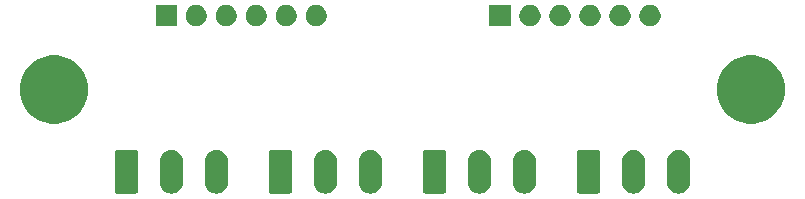
<source format=gbr>
G04 #@! TF.GenerationSoftware,KiCad,Pcbnew,(5.1.5)-3*
G04 #@! TF.CreationDate,2020-03-16T11:49:10-04:00*
G04 #@! TF.ProjectId,Step_Direction_Board,53746570-5f44-4697-9265-6374696f6e5f,rev?*
G04 #@! TF.SameCoordinates,PX7270e00PY78a3ca0*
G04 #@! TF.FileFunction,Soldermask,Top*
G04 #@! TF.FilePolarity,Negative*
%FSLAX46Y46*%
G04 Gerber Fmt 4.6, Leading zero omitted, Abs format (unit mm)*
G04 Created by KiCad (PCBNEW (5.1.5)-3) date 2020-03-16 11:49:10*
%MOMM*%
%LPD*%
G04 APERTURE LIST*
%ADD10C,0.100000*%
G04 APERTURE END LIST*
D10*
G36*
X43017479Y5873893D02*
G01*
X43017482Y5873892D01*
X43017483Y5873892D01*
X43196747Y5819513D01*
X43196750Y5819511D01*
X43196751Y5819511D01*
X43361958Y5731207D01*
X43506767Y5612365D01*
X43625609Y5467556D01*
X43713913Y5302350D01*
X43713915Y5302346D01*
X43713915Y5302345D01*
X43768295Y5123078D01*
X43782055Y4983371D01*
X43782055Y3089935D01*
X43768295Y2950228D01*
X43768294Y2950225D01*
X43768294Y2950224D01*
X43713915Y2770960D01*
X43713913Y2770957D01*
X43713913Y2770956D01*
X43625609Y2605750D01*
X43506767Y2460941D01*
X43361958Y2342099D01*
X43214480Y2263271D01*
X43196748Y2253793D01*
X43017484Y2199414D01*
X43017483Y2199414D01*
X43017480Y2199413D01*
X42831055Y2181052D01*
X42644631Y2199413D01*
X42644628Y2199414D01*
X42644627Y2199414D01*
X42465363Y2253793D01*
X42447631Y2263271D01*
X42300153Y2342099D01*
X42155344Y2460941D01*
X42036502Y2605750D01*
X41948198Y2770956D01*
X41948198Y2770957D01*
X41948196Y2770960D01*
X41893817Y2950224D01*
X41893817Y2950225D01*
X41893816Y2950228D01*
X41880055Y3089936D01*
X41880055Y4983370D01*
X41893815Y5123077D01*
X41893816Y5123081D01*
X41948195Y5302345D01*
X41948198Y5302350D01*
X42036501Y5467556D01*
X42155343Y5612365D01*
X42300152Y5731207D01*
X42465358Y5819511D01*
X42465359Y5819511D01*
X42465362Y5819513D01*
X42644626Y5873892D01*
X42644627Y5873892D01*
X42644630Y5873893D01*
X42831055Y5892254D01*
X43017479Y5873893D01*
G37*
G36*
X39207479Y5873893D02*
G01*
X39207482Y5873892D01*
X39207483Y5873892D01*
X39386747Y5819513D01*
X39386750Y5819511D01*
X39386751Y5819511D01*
X39551958Y5731207D01*
X39696767Y5612365D01*
X39815609Y5467556D01*
X39903913Y5302350D01*
X39903915Y5302346D01*
X39903915Y5302345D01*
X39958295Y5123078D01*
X39972055Y4983371D01*
X39972055Y3089935D01*
X39958295Y2950228D01*
X39958294Y2950225D01*
X39958294Y2950224D01*
X39903915Y2770960D01*
X39903913Y2770957D01*
X39903913Y2770956D01*
X39815609Y2605750D01*
X39696767Y2460941D01*
X39551958Y2342099D01*
X39404480Y2263271D01*
X39386748Y2253793D01*
X39207484Y2199414D01*
X39207483Y2199414D01*
X39207480Y2199413D01*
X39021055Y2181052D01*
X38834631Y2199413D01*
X38834628Y2199414D01*
X38834627Y2199414D01*
X38655363Y2253793D01*
X38637631Y2263271D01*
X38490153Y2342099D01*
X38345344Y2460941D01*
X38226502Y2605750D01*
X38138198Y2770956D01*
X38138198Y2770957D01*
X38138196Y2770960D01*
X38083817Y2950224D01*
X38083817Y2950225D01*
X38083816Y2950228D01*
X38070055Y3089936D01*
X38070055Y4983370D01*
X38083815Y5123077D01*
X38083816Y5123081D01*
X38138195Y5302345D01*
X38138198Y5302350D01*
X38226501Y5467556D01*
X38345343Y5612365D01*
X38490152Y5731207D01*
X38655358Y5819511D01*
X38655359Y5819511D01*
X38655362Y5819513D01*
X38834626Y5873892D01*
X38834627Y5873892D01*
X38834630Y5873893D01*
X39021055Y5892254D01*
X39207479Y5873893D01*
G37*
G36*
X56057479Y5873893D02*
G01*
X56057482Y5873892D01*
X56057483Y5873892D01*
X56236747Y5819513D01*
X56236750Y5819511D01*
X56236751Y5819511D01*
X56401958Y5731207D01*
X56546767Y5612365D01*
X56665609Y5467556D01*
X56753913Y5302350D01*
X56753915Y5302346D01*
X56753915Y5302345D01*
X56808295Y5123078D01*
X56822055Y4983371D01*
X56822055Y3089935D01*
X56808295Y2950228D01*
X56808294Y2950225D01*
X56808294Y2950224D01*
X56753915Y2770960D01*
X56753913Y2770957D01*
X56753913Y2770956D01*
X56665609Y2605750D01*
X56546767Y2460941D01*
X56401958Y2342099D01*
X56254480Y2263271D01*
X56236748Y2253793D01*
X56057484Y2199414D01*
X56057483Y2199414D01*
X56057480Y2199413D01*
X55871055Y2181052D01*
X55684631Y2199413D01*
X55684628Y2199414D01*
X55684627Y2199414D01*
X55505363Y2253793D01*
X55487631Y2263271D01*
X55340153Y2342099D01*
X55195344Y2460941D01*
X55076502Y2605750D01*
X54988198Y2770956D01*
X54988198Y2770957D01*
X54988196Y2770960D01*
X54933817Y2950224D01*
X54933817Y2950225D01*
X54933816Y2950228D01*
X54920055Y3089936D01*
X54920055Y4983370D01*
X54933815Y5123077D01*
X54933816Y5123081D01*
X54988195Y5302345D01*
X54988198Y5302350D01*
X55076501Y5467556D01*
X55195343Y5612365D01*
X55340152Y5731207D01*
X55505358Y5819511D01*
X55505359Y5819511D01*
X55505362Y5819513D01*
X55684626Y5873892D01*
X55684627Y5873892D01*
X55684630Y5873893D01*
X55871055Y5892254D01*
X56057479Y5873893D01*
G37*
G36*
X52247479Y5873893D02*
G01*
X52247482Y5873892D01*
X52247483Y5873892D01*
X52426747Y5819513D01*
X52426750Y5819511D01*
X52426751Y5819511D01*
X52591958Y5731207D01*
X52736767Y5612365D01*
X52855609Y5467556D01*
X52943913Y5302350D01*
X52943915Y5302346D01*
X52943915Y5302345D01*
X52998295Y5123078D01*
X53012055Y4983371D01*
X53012055Y3089935D01*
X52998295Y2950228D01*
X52998294Y2950225D01*
X52998294Y2950224D01*
X52943915Y2770960D01*
X52943913Y2770957D01*
X52943913Y2770956D01*
X52855609Y2605750D01*
X52736767Y2460941D01*
X52591958Y2342099D01*
X52444480Y2263271D01*
X52426748Y2253793D01*
X52247484Y2199414D01*
X52247483Y2199414D01*
X52247480Y2199413D01*
X52061055Y2181052D01*
X51874631Y2199413D01*
X51874628Y2199414D01*
X51874627Y2199414D01*
X51695363Y2253793D01*
X51677631Y2263271D01*
X51530153Y2342099D01*
X51385344Y2460941D01*
X51266502Y2605750D01*
X51178198Y2770956D01*
X51178198Y2770957D01*
X51178196Y2770960D01*
X51123817Y2950224D01*
X51123817Y2950225D01*
X51123816Y2950228D01*
X51110055Y3089936D01*
X51110055Y4983370D01*
X51123815Y5123077D01*
X51123816Y5123081D01*
X51178195Y5302345D01*
X51178198Y5302350D01*
X51266501Y5467556D01*
X51385343Y5612365D01*
X51530152Y5731207D01*
X51695358Y5819511D01*
X51695359Y5819511D01*
X51695362Y5819513D01*
X51874626Y5873892D01*
X51874627Y5873892D01*
X51874630Y5873893D01*
X52061055Y5892254D01*
X52247479Y5873893D01*
G37*
G36*
X29977479Y5873893D02*
G01*
X29977482Y5873892D01*
X29977483Y5873892D01*
X30156747Y5819513D01*
X30156750Y5819511D01*
X30156751Y5819511D01*
X30321958Y5731207D01*
X30466767Y5612365D01*
X30585609Y5467556D01*
X30673913Y5302350D01*
X30673915Y5302346D01*
X30673915Y5302345D01*
X30728295Y5123078D01*
X30742055Y4983371D01*
X30742055Y3089935D01*
X30728295Y2950228D01*
X30728294Y2950225D01*
X30728294Y2950224D01*
X30673915Y2770960D01*
X30673913Y2770957D01*
X30673913Y2770956D01*
X30585609Y2605750D01*
X30466767Y2460941D01*
X30321958Y2342099D01*
X30174480Y2263271D01*
X30156748Y2253793D01*
X29977484Y2199414D01*
X29977483Y2199414D01*
X29977480Y2199413D01*
X29791055Y2181052D01*
X29604631Y2199413D01*
X29604628Y2199414D01*
X29604627Y2199414D01*
X29425363Y2253793D01*
X29407631Y2263271D01*
X29260153Y2342099D01*
X29115344Y2460941D01*
X28996502Y2605750D01*
X28908198Y2770956D01*
X28908198Y2770957D01*
X28908196Y2770960D01*
X28853817Y2950224D01*
X28853817Y2950225D01*
X28853816Y2950228D01*
X28840055Y3089936D01*
X28840055Y4983370D01*
X28853815Y5123077D01*
X28853816Y5123081D01*
X28908195Y5302345D01*
X28908198Y5302350D01*
X28996501Y5467556D01*
X29115343Y5612365D01*
X29260152Y5731207D01*
X29425358Y5819511D01*
X29425359Y5819511D01*
X29425362Y5819513D01*
X29604626Y5873892D01*
X29604627Y5873892D01*
X29604630Y5873893D01*
X29791055Y5892254D01*
X29977479Y5873893D01*
G37*
G36*
X26167479Y5873893D02*
G01*
X26167482Y5873892D01*
X26167483Y5873892D01*
X26346747Y5819513D01*
X26346750Y5819511D01*
X26346751Y5819511D01*
X26511958Y5731207D01*
X26656767Y5612365D01*
X26775609Y5467556D01*
X26863913Y5302350D01*
X26863915Y5302346D01*
X26863915Y5302345D01*
X26918295Y5123078D01*
X26932055Y4983371D01*
X26932055Y3089935D01*
X26918295Y2950228D01*
X26918294Y2950225D01*
X26918294Y2950224D01*
X26863915Y2770960D01*
X26863913Y2770957D01*
X26863913Y2770956D01*
X26775609Y2605750D01*
X26656767Y2460941D01*
X26511958Y2342099D01*
X26364480Y2263271D01*
X26346748Y2253793D01*
X26167484Y2199414D01*
X26167483Y2199414D01*
X26167480Y2199413D01*
X25981055Y2181052D01*
X25794631Y2199413D01*
X25794628Y2199414D01*
X25794627Y2199414D01*
X25615363Y2253793D01*
X25597631Y2263271D01*
X25450153Y2342099D01*
X25305344Y2460941D01*
X25186502Y2605750D01*
X25098198Y2770956D01*
X25098198Y2770957D01*
X25098196Y2770960D01*
X25043817Y2950224D01*
X25043817Y2950225D01*
X25043816Y2950228D01*
X25030055Y3089936D01*
X25030055Y4983370D01*
X25043815Y5123077D01*
X25043816Y5123081D01*
X25098195Y5302345D01*
X25098198Y5302350D01*
X25186501Y5467556D01*
X25305343Y5612365D01*
X25450152Y5731207D01*
X25615358Y5819511D01*
X25615359Y5819511D01*
X25615362Y5819513D01*
X25794626Y5873892D01*
X25794627Y5873892D01*
X25794630Y5873893D01*
X25981055Y5892254D01*
X26167479Y5873893D01*
G37*
G36*
X13127479Y5873893D02*
G01*
X13127482Y5873892D01*
X13127483Y5873892D01*
X13306747Y5819513D01*
X13306750Y5819511D01*
X13306751Y5819511D01*
X13471958Y5731207D01*
X13616767Y5612365D01*
X13735609Y5467556D01*
X13823913Y5302350D01*
X13823915Y5302346D01*
X13823915Y5302345D01*
X13878295Y5123078D01*
X13892055Y4983371D01*
X13892055Y3089935D01*
X13878295Y2950228D01*
X13878294Y2950225D01*
X13878294Y2950224D01*
X13823915Y2770960D01*
X13823913Y2770957D01*
X13823913Y2770956D01*
X13735609Y2605750D01*
X13616767Y2460941D01*
X13471958Y2342099D01*
X13324480Y2263271D01*
X13306748Y2253793D01*
X13127484Y2199414D01*
X13127483Y2199414D01*
X13127480Y2199413D01*
X12941055Y2181052D01*
X12754631Y2199413D01*
X12754628Y2199414D01*
X12754627Y2199414D01*
X12575363Y2253793D01*
X12557631Y2263271D01*
X12410153Y2342099D01*
X12265344Y2460941D01*
X12146502Y2605750D01*
X12058198Y2770956D01*
X12058198Y2770957D01*
X12058196Y2770960D01*
X12003817Y2950224D01*
X12003817Y2950225D01*
X12003816Y2950228D01*
X11990055Y3089936D01*
X11990055Y4983370D01*
X12003815Y5123077D01*
X12003816Y5123081D01*
X12058195Y5302345D01*
X12058198Y5302350D01*
X12146501Y5467556D01*
X12265343Y5612365D01*
X12410152Y5731207D01*
X12575358Y5819511D01*
X12575359Y5819511D01*
X12575362Y5819513D01*
X12754626Y5873892D01*
X12754627Y5873892D01*
X12754630Y5873893D01*
X12941055Y5892254D01*
X13127479Y5873893D01*
G37*
G36*
X16937479Y5873893D02*
G01*
X16937482Y5873892D01*
X16937483Y5873892D01*
X17116747Y5819513D01*
X17116750Y5819511D01*
X17116751Y5819511D01*
X17281958Y5731207D01*
X17426767Y5612365D01*
X17545609Y5467556D01*
X17633913Y5302350D01*
X17633915Y5302346D01*
X17633915Y5302345D01*
X17688295Y5123078D01*
X17702055Y4983371D01*
X17702055Y3089935D01*
X17688295Y2950228D01*
X17688294Y2950225D01*
X17688294Y2950224D01*
X17633915Y2770960D01*
X17633913Y2770957D01*
X17633913Y2770956D01*
X17545609Y2605750D01*
X17426767Y2460941D01*
X17281958Y2342099D01*
X17134480Y2263271D01*
X17116748Y2253793D01*
X16937484Y2199414D01*
X16937483Y2199414D01*
X16937480Y2199413D01*
X16751055Y2181052D01*
X16564631Y2199413D01*
X16564628Y2199414D01*
X16564627Y2199414D01*
X16385363Y2253793D01*
X16367631Y2263271D01*
X16220153Y2342099D01*
X16075344Y2460941D01*
X15956502Y2605750D01*
X15868198Y2770956D01*
X15868198Y2770957D01*
X15868196Y2770960D01*
X15813817Y2950224D01*
X15813817Y2950225D01*
X15813816Y2950228D01*
X15800055Y3089936D01*
X15800055Y4983370D01*
X15813815Y5123077D01*
X15813816Y5123081D01*
X15868195Y5302345D01*
X15868198Y5302350D01*
X15956501Y5467556D01*
X16075343Y5612365D01*
X16220152Y5731207D01*
X16385358Y5819511D01*
X16385359Y5819511D01*
X16385362Y5819513D01*
X16564626Y5873892D01*
X16564627Y5873892D01*
X16564630Y5873893D01*
X16751055Y5892254D01*
X16937479Y5873893D01*
G37*
G36*
X22981970Y5883719D02*
G01*
X23014479Y5873858D01*
X23044437Y5857844D01*
X23070696Y5836294D01*
X23092246Y5810035D01*
X23108260Y5780077D01*
X23118121Y5747568D01*
X23122055Y5707624D01*
X23122055Y2365682D01*
X23118121Y2325738D01*
X23108260Y2293229D01*
X23092246Y2263271D01*
X23070696Y2237012D01*
X23044437Y2215462D01*
X23014479Y2199448D01*
X22981970Y2189587D01*
X22942026Y2185653D01*
X21400084Y2185653D01*
X21360140Y2189587D01*
X21327631Y2199448D01*
X21297673Y2215462D01*
X21271414Y2237012D01*
X21249864Y2263271D01*
X21233850Y2293229D01*
X21223989Y2325738D01*
X21220055Y2365682D01*
X21220055Y5707624D01*
X21223989Y5747568D01*
X21233850Y5780077D01*
X21249864Y5810035D01*
X21271414Y5836294D01*
X21297673Y5857844D01*
X21327631Y5873858D01*
X21360140Y5883719D01*
X21400084Y5887653D01*
X22942026Y5887653D01*
X22981970Y5883719D01*
G37*
G36*
X9941970Y5883719D02*
G01*
X9974479Y5873858D01*
X10004437Y5857844D01*
X10030696Y5836294D01*
X10052246Y5810035D01*
X10068260Y5780077D01*
X10078121Y5747568D01*
X10082055Y5707624D01*
X10082055Y2365682D01*
X10078121Y2325738D01*
X10068260Y2293229D01*
X10052246Y2263271D01*
X10030696Y2237012D01*
X10004437Y2215462D01*
X9974479Y2199448D01*
X9941970Y2189587D01*
X9902026Y2185653D01*
X8360084Y2185653D01*
X8320140Y2189587D01*
X8287631Y2199448D01*
X8257673Y2215462D01*
X8231414Y2237012D01*
X8209864Y2263271D01*
X8193850Y2293229D01*
X8183989Y2325738D01*
X8180055Y2365682D01*
X8180055Y5707624D01*
X8183989Y5747568D01*
X8193850Y5780077D01*
X8209864Y5810035D01*
X8231414Y5836294D01*
X8257673Y5857844D01*
X8287631Y5873858D01*
X8320140Y5883719D01*
X8360084Y5887653D01*
X9902026Y5887653D01*
X9941970Y5883719D01*
G37*
G36*
X36021970Y5883719D02*
G01*
X36054479Y5873858D01*
X36084437Y5857844D01*
X36110696Y5836294D01*
X36132246Y5810035D01*
X36148260Y5780077D01*
X36158121Y5747568D01*
X36162055Y5707624D01*
X36162055Y2365682D01*
X36158121Y2325738D01*
X36148260Y2293229D01*
X36132246Y2263271D01*
X36110696Y2237012D01*
X36084437Y2215462D01*
X36054479Y2199448D01*
X36021970Y2189587D01*
X35982026Y2185653D01*
X34440084Y2185653D01*
X34400140Y2189587D01*
X34367631Y2199448D01*
X34337673Y2215462D01*
X34311414Y2237012D01*
X34289864Y2263271D01*
X34273850Y2293229D01*
X34263989Y2325738D01*
X34260055Y2365682D01*
X34260055Y5707624D01*
X34263989Y5747568D01*
X34273850Y5780077D01*
X34289864Y5810035D01*
X34311414Y5836294D01*
X34337673Y5857844D01*
X34367631Y5873858D01*
X34400140Y5883719D01*
X34440084Y5887653D01*
X35982026Y5887653D01*
X36021970Y5883719D01*
G37*
G36*
X49061970Y5883719D02*
G01*
X49094479Y5873858D01*
X49124437Y5857844D01*
X49150696Y5836294D01*
X49172246Y5810035D01*
X49188260Y5780077D01*
X49198121Y5747568D01*
X49202055Y5707624D01*
X49202055Y2365682D01*
X49198121Y2325738D01*
X49188260Y2293229D01*
X49172246Y2263271D01*
X49150696Y2237012D01*
X49124437Y2215462D01*
X49094479Y2199448D01*
X49061970Y2189587D01*
X49022026Y2185653D01*
X47480084Y2185653D01*
X47440140Y2189587D01*
X47407631Y2199448D01*
X47377673Y2215462D01*
X47351414Y2237012D01*
X47329864Y2263271D01*
X47313850Y2293229D01*
X47303989Y2325738D01*
X47300055Y2365682D01*
X47300055Y5707624D01*
X47303989Y5747568D01*
X47313850Y5780077D01*
X47329864Y5810035D01*
X47351414Y5836294D01*
X47377673Y5857844D01*
X47407631Y5873858D01*
X47440140Y5883719D01*
X47480084Y5887653D01*
X49022026Y5887653D01*
X49061970Y5883719D01*
G37*
G36*
X3846189Y13789517D02*
G01*
X3846192Y13789516D01*
X3846191Y13789516D01*
X4374139Y13570833D01*
X4849280Y13253354D01*
X5253354Y12849280D01*
X5570833Y12374139D01*
X5570834Y12374137D01*
X5789517Y11846189D01*
X5901000Y11285725D01*
X5901000Y10714275D01*
X5789517Y10153811D01*
X5789516Y10153809D01*
X5570833Y9625861D01*
X5253354Y9150720D01*
X4849280Y8746646D01*
X4374139Y8429167D01*
X4374138Y8429166D01*
X4374137Y8429166D01*
X3846189Y8210483D01*
X3285725Y8099000D01*
X2714275Y8099000D01*
X2153811Y8210483D01*
X1625863Y8429166D01*
X1625862Y8429166D01*
X1625861Y8429167D01*
X1150720Y8746646D01*
X746646Y9150720D01*
X429167Y9625861D01*
X210484Y10153809D01*
X210483Y10153811D01*
X99000Y10714275D01*
X99000Y11285725D01*
X210483Y11846189D01*
X429166Y12374137D01*
X429167Y12374139D01*
X746646Y12849280D01*
X1150720Y13253354D01*
X1625861Y13570833D01*
X2153809Y13789516D01*
X2153808Y13789516D01*
X2153811Y13789517D01*
X2714275Y13901000D01*
X3285725Y13901000D01*
X3846189Y13789517D01*
G37*
G36*
X62846189Y13789517D02*
G01*
X62846192Y13789516D01*
X62846191Y13789516D01*
X63374139Y13570833D01*
X63849280Y13253354D01*
X64253354Y12849280D01*
X64570833Y12374139D01*
X64570834Y12374137D01*
X64789517Y11846189D01*
X64901000Y11285725D01*
X64901000Y10714275D01*
X64789517Y10153811D01*
X64789516Y10153809D01*
X64570833Y9625861D01*
X64253354Y9150720D01*
X63849280Y8746646D01*
X63374139Y8429167D01*
X63374138Y8429166D01*
X63374137Y8429166D01*
X62846189Y8210483D01*
X62285725Y8099000D01*
X61714275Y8099000D01*
X61153811Y8210483D01*
X60625863Y8429166D01*
X60625862Y8429166D01*
X60625861Y8429167D01*
X60150720Y8746646D01*
X59746646Y9150720D01*
X59429167Y9625861D01*
X59210484Y10153809D01*
X59210483Y10153811D01*
X59099000Y10714275D01*
X59099000Y11285725D01*
X59210483Y11846189D01*
X59429166Y12374137D01*
X59429167Y12374139D01*
X59746646Y12849280D01*
X60150720Y13253354D01*
X60625861Y13570833D01*
X61153809Y13789516D01*
X61153808Y13789516D01*
X61153811Y13789517D01*
X61714275Y13901000D01*
X62285725Y13901000D01*
X62846189Y13789517D01*
G37*
G36*
X15153512Y18146073D02*
G01*
X15302812Y18116376D01*
X15466784Y18048456D01*
X15614354Y17949853D01*
X15739853Y17824354D01*
X15838456Y17676784D01*
X15906376Y17512812D01*
X15941000Y17338741D01*
X15941000Y17161259D01*
X15906376Y16987188D01*
X15838456Y16823216D01*
X15739853Y16675646D01*
X15614354Y16550147D01*
X15466784Y16451544D01*
X15302812Y16383624D01*
X15153512Y16353927D01*
X15128742Y16349000D01*
X14951258Y16349000D01*
X14926488Y16353927D01*
X14777188Y16383624D01*
X14613216Y16451544D01*
X14465646Y16550147D01*
X14340147Y16675646D01*
X14241544Y16823216D01*
X14173624Y16987188D01*
X14139000Y17161259D01*
X14139000Y17338741D01*
X14173624Y17512812D01*
X14241544Y17676784D01*
X14340147Y17824354D01*
X14465646Y17949853D01*
X14613216Y18048456D01*
X14777188Y18116376D01*
X14926488Y18146073D01*
X14951258Y18151000D01*
X15128742Y18151000D01*
X15153512Y18146073D01*
G37*
G36*
X53563512Y18146073D02*
G01*
X53712812Y18116376D01*
X53876784Y18048456D01*
X54024354Y17949853D01*
X54149853Y17824354D01*
X54248456Y17676784D01*
X54316376Y17512812D01*
X54351000Y17338741D01*
X54351000Y17161259D01*
X54316376Y16987188D01*
X54248456Y16823216D01*
X54149853Y16675646D01*
X54024354Y16550147D01*
X53876784Y16451544D01*
X53712812Y16383624D01*
X53563512Y16353927D01*
X53538742Y16349000D01*
X53361258Y16349000D01*
X53336488Y16353927D01*
X53187188Y16383624D01*
X53023216Y16451544D01*
X52875646Y16550147D01*
X52750147Y16675646D01*
X52651544Y16823216D01*
X52583624Y16987188D01*
X52549000Y17161259D01*
X52549000Y17338741D01*
X52583624Y17512812D01*
X52651544Y17676784D01*
X52750147Y17824354D01*
X52875646Y17949853D01*
X53023216Y18048456D01*
X53187188Y18116376D01*
X53336488Y18146073D01*
X53361258Y18151000D01*
X53538742Y18151000D01*
X53563512Y18146073D01*
G37*
G36*
X51023512Y18146073D02*
G01*
X51172812Y18116376D01*
X51336784Y18048456D01*
X51484354Y17949853D01*
X51609853Y17824354D01*
X51708456Y17676784D01*
X51776376Y17512812D01*
X51811000Y17338741D01*
X51811000Y17161259D01*
X51776376Y16987188D01*
X51708456Y16823216D01*
X51609853Y16675646D01*
X51484354Y16550147D01*
X51336784Y16451544D01*
X51172812Y16383624D01*
X51023512Y16353927D01*
X50998742Y16349000D01*
X50821258Y16349000D01*
X50796488Y16353927D01*
X50647188Y16383624D01*
X50483216Y16451544D01*
X50335646Y16550147D01*
X50210147Y16675646D01*
X50111544Y16823216D01*
X50043624Y16987188D01*
X50009000Y17161259D01*
X50009000Y17338741D01*
X50043624Y17512812D01*
X50111544Y17676784D01*
X50210147Y17824354D01*
X50335646Y17949853D01*
X50483216Y18048456D01*
X50647188Y18116376D01*
X50796488Y18146073D01*
X50821258Y18151000D01*
X50998742Y18151000D01*
X51023512Y18146073D01*
G37*
G36*
X48483512Y18146073D02*
G01*
X48632812Y18116376D01*
X48796784Y18048456D01*
X48944354Y17949853D01*
X49069853Y17824354D01*
X49168456Y17676784D01*
X49236376Y17512812D01*
X49271000Y17338741D01*
X49271000Y17161259D01*
X49236376Y16987188D01*
X49168456Y16823216D01*
X49069853Y16675646D01*
X48944354Y16550147D01*
X48796784Y16451544D01*
X48632812Y16383624D01*
X48483512Y16353927D01*
X48458742Y16349000D01*
X48281258Y16349000D01*
X48256488Y16353927D01*
X48107188Y16383624D01*
X47943216Y16451544D01*
X47795646Y16550147D01*
X47670147Y16675646D01*
X47571544Y16823216D01*
X47503624Y16987188D01*
X47469000Y17161259D01*
X47469000Y17338741D01*
X47503624Y17512812D01*
X47571544Y17676784D01*
X47670147Y17824354D01*
X47795646Y17949853D01*
X47943216Y18048456D01*
X48107188Y18116376D01*
X48256488Y18146073D01*
X48281258Y18151000D01*
X48458742Y18151000D01*
X48483512Y18146073D01*
G37*
G36*
X45943512Y18146073D02*
G01*
X46092812Y18116376D01*
X46256784Y18048456D01*
X46404354Y17949853D01*
X46529853Y17824354D01*
X46628456Y17676784D01*
X46696376Y17512812D01*
X46731000Y17338741D01*
X46731000Y17161259D01*
X46696376Y16987188D01*
X46628456Y16823216D01*
X46529853Y16675646D01*
X46404354Y16550147D01*
X46256784Y16451544D01*
X46092812Y16383624D01*
X45943512Y16353927D01*
X45918742Y16349000D01*
X45741258Y16349000D01*
X45716488Y16353927D01*
X45567188Y16383624D01*
X45403216Y16451544D01*
X45255646Y16550147D01*
X45130147Y16675646D01*
X45031544Y16823216D01*
X44963624Y16987188D01*
X44929000Y17161259D01*
X44929000Y17338741D01*
X44963624Y17512812D01*
X45031544Y17676784D01*
X45130147Y17824354D01*
X45255646Y17949853D01*
X45403216Y18048456D01*
X45567188Y18116376D01*
X45716488Y18146073D01*
X45741258Y18151000D01*
X45918742Y18151000D01*
X45943512Y18146073D01*
G37*
G36*
X43403512Y18146073D02*
G01*
X43552812Y18116376D01*
X43716784Y18048456D01*
X43864354Y17949853D01*
X43989853Y17824354D01*
X44088456Y17676784D01*
X44156376Y17512812D01*
X44191000Y17338741D01*
X44191000Y17161259D01*
X44156376Y16987188D01*
X44088456Y16823216D01*
X43989853Y16675646D01*
X43864354Y16550147D01*
X43716784Y16451544D01*
X43552812Y16383624D01*
X43403512Y16353927D01*
X43378742Y16349000D01*
X43201258Y16349000D01*
X43176488Y16353927D01*
X43027188Y16383624D01*
X42863216Y16451544D01*
X42715646Y16550147D01*
X42590147Y16675646D01*
X42491544Y16823216D01*
X42423624Y16987188D01*
X42389000Y17161259D01*
X42389000Y17338741D01*
X42423624Y17512812D01*
X42491544Y17676784D01*
X42590147Y17824354D01*
X42715646Y17949853D01*
X42863216Y18048456D01*
X43027188Y18116376D01*
X43176488Y18146073D01*
X43201258Y18151000D01*
X43378742Y18151000D01*
X43403512Y18146073D01*
G37*
G36*
X41651000Y16349000D02*
G01*
X39849000Y16349000D01*
X39849000Y18151000D01*
X41651000Y18151000D01*
X41651000Y16349000D01*
G37*
G36*
X25313512Y18146073D02*
G01*
X25462812Y18116376D01*
X25626784Y18048456D01*
X25774354Y17949853D01*
X25899853Y17824354D01*
X25998456Y17676784D01*
X26066376Y17512812D01*
X26101000Y17338741D01*
X26101000Y17161259D01*
X26066376Y16987188D01*
X25998456Y16823216D01*
X25899853Y16675646D01*
X25774354Y16550147D01*
X25626784Y16451544D01*
X25462812Y16383624D01*
X25313512Y16353927D01*
X25288742Y16349000D01*
X25111258Y16349000D01*
X25086488Y16353927D01*
X24937188Y16383624D01*
X24773216Y16451544D01*
X24625646Y16550147D01*
X24500147Y16675646D01*
X24401544Y16823216D01*
X24333624Y16987188D01*
X24299000Y17161259D01*
X24299000Y17338741D01*
X24333624Y17512812D01*
X24401544Y17676784D01*
X24500147Y17824354D01*
X24625646Y17949853D01*
X24773216Y18048456D01*
X24937188Y18116376D01*
X25086488Y18146073D01*
X25111258Y18151000D01*
X25288742Y18151000D01*
X25313512Y18146073D01*
G37*
G36*
X22773512Y18146073D02*
G01*
X22922812Y18116376D01*
X23086784Y18048456D01*
X23234354Y17949853D01*
X23359853Y17824354D01*
X23458456Y17676784D01*
X23526376Y17512812D01*
X23561000Y17338741D01*
X23561000Y17161259D01*
X23526376Y16987188D01*
X23458456Y16823216D01*
X23359853Y16675646D01*
X23234354Y16550147D01*
X23086784Y16451544D01*
X22922812Y16383624D01*
X22773512Y16353927D01*
X22748742Y16349000D01*
X22571258Y16349000D01*
X22546488Y16353927D01*
X22397188Y16383624D01*
X22233216Y16451544D01*
X22085646Y16550147D01*
X21960147Y16675646D01*
X21861544Y16823216D01*
X21793624Y16987188D01*
X21759000Y17161259D01*
X21759000Y17338741D01*
X21793624Y17512812D01*
X21861544Y17676784D01*
X21960147Y17824354D01*
X22085646Y17949853D01*
X22233216Y18048456D01*
X22397188Y18116376D01*
X22546488Y18146073D01*
X22571258Y18151000D01*
X22748742Y18151000D01*
X22773512Y18146073D01*
G37*
G36*
X20233512Y18146073D02*
G01*
X20382812Y18116376D01*
X20546784Y18048456D01*
X20694354Y17949853D01*
X20819853Y17824354D01*
X20918456Y17676784D01*
X20986376Y17512812D01*
X21021000Y17338741D01*
X21021000Y17161259D01*
X20986376Y16987188D01*
X20918456Y16823216D01*
X20819853Y16675646D01*
X20694354Y16550147D01*
X20546784Y16451544D01*
X20382812Y16383624D01*
X20233512Y16353927D01*
X20208742Y16349000D01*
X20031258Y16349000D01*
X20006488Y16353927D01*
X19857188Y16383624D01*
X19693216Y16451544D01*
X19545646Y16550147D01*
X19420147Y16675646D01*
X19321544Y16823216D01*
X19253624Y16987188D01*
X19219000Y17161259D01*
X19219000Y17338741D01*
X19253624Y17512812D01*
X19321544Y17676784D01*
X19420147Y17824354D01*
X19545646Y17949853D01*
X19693216Y18048456D01*
X19857188Y18116376D01*
X20006488Y18146073D01*
X20031258Y18151000D01*
X20208742Y18151000D01*
X20233512Y18146073D01*
G37*
G36*
X17693512Y18146073D02*
G01*
X17842812Y18116376D01*
X18006784Y18048456D01*
X18154354Y17949853D01*
X18279853Y17824354D01*
X18378456Y17676784D01*
X18446376Y17512812D01*
X18481000Y17338741D01*
X18481000Y17161259D01*
X18446376Y16987188D01*
X18378456Y16823216D01*
X18279853Y16675646D01*
X18154354Y16550147D01*
X18006784Y16451544D01*
X17842812Y16383624D01*
X17693512Y16353927D01*
X17668742Y16349000D01*
X17491258Y16349000D01*
X17466488Y16353927D01*
X17317188Y16383624D01*
X17153216Y16451544D01*
X17005646Y16550147D01*
X16880147Y16675646D01*
X16781544Y16823216D01*
X16713624Y16987188D01*
X16679000Y17161259D01*
X16679000Y17338741D01*
X16713624Y17512812D01*
X16781544Y17676784D01*
X16880147Y17824354D01*
X17005646Y17949853D01*
X17153216Y18048456D01*
X17317188Y18116376D01*
X17466488Y18146073D01*
X17491258Y18151000D01*
X17668742Y18151000D01*
X17693512Y18146073D01*
G37*
G36*
X13401000Y16349000D02*
G01*
X11599000Y16349000D01*
X11599000Y18151000D01*
X13401000Y18151000D01*
X13401000Y16349000D01*
G37*
M02*

</source>
